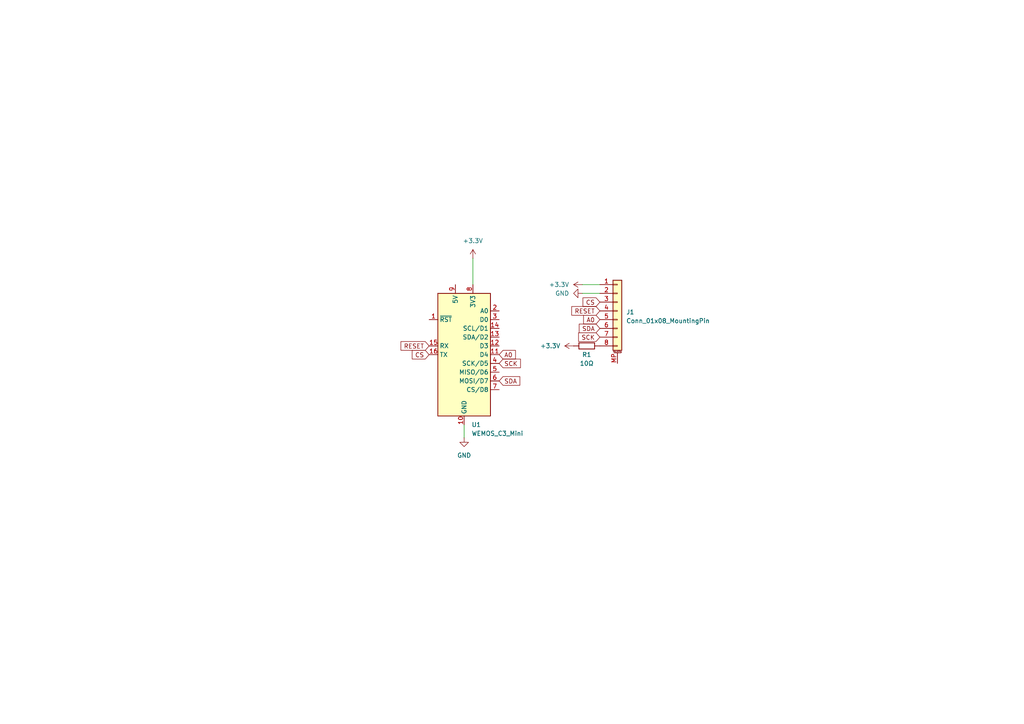
<source format=kicad_sch>
(kicad_sch
	(version 20241004)
	(generator "eeschema")
	(generator_version "8.99")
	(uuid "168b68c5-5ec3-45bc-af71-1226cb1243d2")
	(paper "A4")
	(lib_symbols
		(symbol "Connector_Generic_MountingPin:Conn_01x08_MountingPin"
			(pin_names
				(offset 1.016)
				(hide yes)
			)
			(exclude_from_sim no)
			(in_bom yes)
			(on_board yes)
			(property "Reference" "J"
				(at 0 10.16 0)
				(effects
					(font
						(size 1.27 1.27)
					)
				)
			)
			(property "Value" "Conn_01x08_MountingPin"
				(at 1.27 -12.7 0)
				(effects
					(font
						(size 1.27 1.27)
					)
					(justify left)
				)
			)
			(property "Footprint" ""
				(at 0 0 0)
				(effects
					(font
						(size 1.27 1.27)
					)
					(hide yes)
				)
			)
			(property "Datasheet" "~"
				(at 0 0 0)
				(effects
					(font
						(size 1.27 1.27)
					)
					(hide yes)
				)
			)
			(property "Description" "Generic connectable mounting pin connector, single row, 01x08, script generated (kicad-library-utils/schlib/autogen/connector/)"
				(at 0 0 0)
				(effects
					(font
						(size 1.27 1.27)
					)
					(hide yes)
				)
			)
			(property "ki_keywords" "connector"
				(at 0 0 0)
				(effects
					(font
						(size 1.27 1.27)
					)
					(hide yes)
				)
			)
			(property "ki_fp_filters" "Connector*:*_1x??-1MP*"
				(at 0 0 0)
				(effects
					(font
						(size 1.27 1.27)
					)
					(hide yes)
				)
			)
			(symbol "Conn_01x08_MountingPin_1_1"
				(rectangle
					(start -1.27 8.89)
					(end 1.27 -11.43)
					(stroke
						(width 0.254)
						(type default)
					)
					(fill
						(type background)
					)
				)
				(rectangle
					(start -1.27 7.747)
					(end 0 7.493)
					(stroke
						(width 0.1524)
						(type default)
					)
					(fill
						(type none)
					)
				)
				(rectangle
					(start -1.27 5.207)
					(end 0 4.953)
					(stroke
						(width 0.1524)
						(type default)
					)
					(fill
						(type none)
					)
				)
				(rectangle
					(start -1.27 2.667)
					(end 0 2.413)
					(stroke
						(width 0.1524)
						(type default)
					)
					(fill
						(type none)
					)
				)
				(rectangle
					(start -1.27 0.127)
					(end 0 -0.127)
					(stroke
						(width 0.1524)
						(type default)
					)
					(fill
						(type none)
					)
				)
				(rectangle
					(start -1.27 -2.413)
					(end 0 -2.667)
					(stroke
						(width 0.1524)
						(type default)
					)
					(fill
						(type none)
					)
				)
				(rectangle
					(start -1.27 -4.953)
					(end 0 -5.207)
					(stroke
						(width 0.1524)
						(type default)
					)
					(fill
						(type none)
					)
				)
				(rectangle
					(start -1.27 -7.493)
					(end 0 -7.747)
					(stroke
						(width 0.1524)
						(type default)
					)
					(fill
						(type none)
					)
				)
				(rectangle
					(start -1.27 -10.033)
					(end 0 -10.287)
					(stroke
						(width 0.1524)
						(type default)
					)
					(fill
						(type none)
					)
				)
				(polyline
					(pts
						(xy -1.016 -12.192) (xy 1.016 -12.192)
					)
					(stroke
						(width 0.1524)
						(type default)
					)
					(fill
						(type none)
					)
				)
				(text "Mounting"
					(at 0 -11.811 0)
					(effects
						(font
							(size 0.381 0.381)
						)
					)
				)
				(pin passive line
					(at -5.08 7.62 0)
					(length 3.81)
					(name "Pin_1"
						(effects
							(font
								(size 1.27 1.27)
							)
						)
					)
					(number "1"
						(effects
							(font
								(size 1.27 1.27)
							)
						)
					)
				)
				(pin passive line
					(at -5.08 5.08 0)
					(length 3.81)
					(name "Pin_2"
						(effects
							(font
								(size 1.27 1.27)
							)
						)
					)
					(number "2"
						(effects
							(font
								(size 1.27 1.27)
							)
						)
					)
				)
				(pin passive line
					(at -5.08 2.54 0)
					(length 3.81)
					(name "Pin_3"
						(effects
							(font
								(size 1.27 1.27)
							)
						)
					)
					(number "3"
						(effects
							(font
								(size 1.27 1.27)
							)
						)
					)
				)
				(pin passive line
					(at -5.08 0 0)
					(length 3.81)
					(name "Pin_4"
						(effects
							(font
								(size 1.27 1.27)
							)
						)
					)
					(number "4"
						(effects
							(font
								(size 1.27 1.27)
							)
						)
					)
				)
				(pin passive line
					(at -5.08 -2.54 0)
					(length 3.81)
					(name "Pin_5"
						(effects
							(font
								(size 1.27 1.27)
							)
						)
					)
					(number "5"
						(effects
							(font
								(size 1.27 1.27)
							)
						)
					)
				)
				(pin passive line
					(at -5.08 -5.08 0)
					(length 3.81)
					(name "Pin_6"
						(effects
							(font
								(size 1.27 1.27)
							)
						)
					)
					(number "6"
						(effects
							(font
								(size 1.27 1.27)
							)
						)
					)
				)
				(pin passive line
					(at -5.08 -7.62 0)
					(length 3.81)
					(name "Pin_7"
						(effects
							(font
								(size 1.27 1.27)
							)
						)
					)
					(number "7"
						(effects
							(font
								(size 1.27 1.27)
							)
						)
					)
				)
				(pin passive line
					(at -5.08 -10.16 0)
					(length 3.81)
					(name "Pin_8"
						(effects
							(font
								(size 1.27 1.27)
							)
						)
					)
					(number "8"
						(effects
							(font
								(size 1.27 1.27)
							)
						)
					)
				)
				(pin passive line
					(at 0 -15.24 90)
					(length 3.048)
					(name "MountPin"
						(effects
							(font
								(size 1.27 1.27)
							)
						)
					)
					(number "MP"
						(effects
							(font
								(size 1.27 1.27)
							)
						)
					)
				)
			)
			(embedded_fonts no)
		)
		(symbol "PCM_SL_Resistors:Resistor"
			(exclude_from_sim no)
			(in_bom yes)
			(on_board yes)
			(property "Reference" "R"
				(at 0 5.08 0)
				(effects
					(font
						(size 1.27 1.27)
					)
				)
			)
			(property "Value" "Resistor"
				(at 0 2.54 0)
				(effects
					(font
						(size 1.27 1.27)
					)
				)
			)
			(property "Footprint" "Resistor_THT:R_Axial_DIN0207_L6.3mm_D2.5mm_P10.16mm_Horizontal"
				(at 0.889 -4.318 0)
				(effects
					(font
						(size 1.27 1.27)
					)
					(hide yes)
				)
			)
			(property "Datasheet" ""
				(at 0.508 0 0)
				(effects
					(font
						(size 1.27 1.27)
					)
					(hide yes)
				)
			)
			(property "Description" "1/4W Resistor"
				(at 0 0 0)
				(effects
					(font
						(size 1.27 1.27)
					)
					(hide yes)
				)
			)
			(property "ki_keywords" "Resistor"
				(at 0 0 0)
				(effects
					(font
						(size 1.27 1.27)
					)
					(hide yes)
				)
			)
			(property "ki_fp_filters" "Resistor_THT:R_Axial_DIN0207_L6.3mm_D2.5mm*"
				(at 0 0 0)
				(effects
					(font
						(size 1.27 1.27)
					)
					(hide yes)
				)
			)
			(symbol "Resistor_0_1"
				(rectangle
					(start -2.286 0.889)
					(end 2.286 -0.889)
					(stroke
						(width 0.24)
						(type default)
					)
					(fill
						(type none)
					)
				)
			)
			(symbol "Resistor_1_1"
				(pin passive line
					(at -3.81 0 0)
					(length 1.5)
					(name ""
						(effects
							(font
								(size 1.27 1.27)
							)
						)
					)
					(number "1"
						(effects
							(font
								(size 0 0)
							)
						)
					)
				)
				(pin passive line
					(at 3.81 0 180)
					(length 1.5)
					(name "~"
						(effects
							(font
								(size 1.27 1.27)
							)
						)
					)
					(number "2"
						(effects
							(font
								(size 0 0)
							)
						)
					)
				)
			)
			(embedded_fonts no)
		)
		(symbol "RF_Module:WEMOS_D1_mini"
			(exclude_from_sim no)
			(in_bom yes)
			(on_board yes)
			(property "Reference" "U"
				(at 3.81 19.05 0)
				(effects
					(font
						(size 1.27 1.27)
					)
					(justify left)
				)
			)
			(property "Value" "WEMOS_D1_mini"
				(at 1.27 -19.05 0)
				(effects
					(font
						(size 1.27 1.27)
					)
					(justify left)
				)
			)
			(property "Footprint" "RF_Module:WEMOS_D1_mini_light"
				(at 0 -29.21 0)
				(effects
					(font
						(size 1.27 1.27)
					)
					(hide yes)
				)
			)
			(property "Datasheet" "https://wiki.wemos.cc/products:d1:d1_mini#documentation"
				(at -46.99 -29.21 0)
				(effects
					(font
						(size 1.27 1.27)
					)
					(hide yes)
				)
			)
			(property "Description" "32-bit microcontroller module with WiFi"
				(at 0 0 0)
				(effects
					(font
						(size 1.27 1.27)
					)
					(hide yes)
				)
			)
			(property "ki_keywords" "ESP8266 WiFi microcontroller ESP8266EX"
				(at 0 0 0)
				(effects
					(font
						(size 1.27 1.27)
					)
					(hide yes)
				)
			)
			(property "ki_fp_filters" "WEMOS*D1*mini*"
				(at 0 0 0)
				(effects
					(font
						(size 1.27 1.27)
					)
					(hide yes)
				)
			)
			(symbol "WEMOS_D1_mini_1_1"
				(rectangle
					(start -7.62 17.78)
					(end 7.62 -17.78)
					(stroke
						(width 0.254)
						(type default)
					)
					(fill
						(type background)
					)
				)
				(pin input line
					(at -10.16 10.16 0)
					(length 2.54)
					(name "~{RST}"
						(effects
							(font
								(size 1.27 1.27)
							)
						)
					)
					(number "1"
						(effects
							(font
								(size 1.27 1.27)
							)
						)
					)
				)
				(pin input line
					(at -10.16 2.54 0)
					(length 2.54)
					(name "RX"
						(effects
							(font
								(size 1.27 1.27)
							)
						)
					)
					(number "15"
						(effects
							(font
								(size 1.27 1.27)
							)
						)
					)
				)
				(pin output line
					(at -10.16 0 0)
					(length 2.54)
					(name "TX"
						(effects
							(font
								(size 1.27 1.27)
							)
						)
					)
					(number "16"
						(effects
							(font
								(size 1.27 1.27)
							)
						)
					)
				)
				(pin power_in line
					(at -2.54 20.32 270)
					(length 2.54)
					(name "5V"
						(effects
							(font
								(size 1.27 1.27)
							)
						)
					)
					(number "9"
						(effects
							(font
								(size 1.27 1.27)
							)
						)
					)
				)
				(pin power_in line
					(at 0 -20.32 90)
					(length 2.54)
					(name "GND"
						(effects
							(font
								(size 1.27 1.27)
							)
						)
					)
					(number "10"
						(effects
							(font
								(size 1.27 1.27)
							)
						)
					)
				)
				(pin power_out line
					(at 2.54 20.32 270)
					(length 2.54)
					(name "3V3"
						(effects
							(font
								(size 1.27 1.27)
							)
						)
					)
					(number "8"
						(effects
							(font
								(size 1.27 1.27)
							)
						)
					)
				)
				(pin input line
					(at 10.16 12.7 180)
					(length 2.54)
					(name "A0"
						(effects
							(font
								(size 1.27 1.27)
							)
						)
					)
					(number "2"
						(effects
							(font
								(size 1.27 1.27)
							)
						)
					)
				)
				(pin bidirectional line
					(at 10.16 10.16 180)
					(length 2.54)
					(name "D0"
						(effects
							(font
								(size 1.27 1.27)
							)
						)
					)
					(number "3"
						(effects
							(font
								(size 1.27 1.27)
							)
						)
					)
				)
				(pin bidirectional line
					(at 10.16 7.62 180)
					(length 2.54)
					(name "SCL/D1"
						(effects
							(font
								(size 1.27 1.27)
							)
						)
					)
					(number "14"
						(effects
							(font
								(size 1.27 1.27)
							)
						)
					)
				)
				(pin bidirectional line
					(at 10.16 5.08 180)
					(length 2.54)
					(name "SDA/D2"
						(effects
							(font
								(size 1.27 1.27)
							)
						)
					)
					(number "13"
						(effects
							(font
								(size 1.27 1.27)
							)
						)
					)
				)
				(pin bidirectional line
					(at 10.16 2.54 180)
					(length 2.54)
					(name "D3"
						(effects
							(font
								(size 1.27 1.27)
							)
						)
					)
					(number "12"
						(effects
							(font
								(size 1.27 1.27)
							)
						)
					)
				)
				(pin bidirectional line
					(at 10.16 0 180)
					(length 2.54)
					(name "D4"
						(effects
							(font
								(size 1.27 1.27)
							)
						)
					)
					(number "11"
						(effects
							(font
								(size 1.27 1.27)
							)
						)
					)
				)
				(pin bidirectional line
					(at 10.16 -2.54 180)
					(length 2.54)
					(name "SCK/D5"
						(effects
							(font
								(size 1.27 1.27)
							)
						)
					)
					(number "4"
						(effects
							(font
								(size 1.27 1.27)
							)
						)
					)
				)
				(pin bidirectional line
					(at 10.16 -5.08 180)
					(length 2.54)
					(name "MISO/D6"
						(effects
							(font
								(size 1.27 1.27)
							)
						)
					)
					(number "5"
						(effects
							(font
								(size 1.27 1.27)
							)
						)
					)
				)
				(pin bidirectional line
					(at 10.16 -7.62 180)
					(length 2.54)
					(name "MOSI/D7"
						(effects
							(font
								(size 1.27 1.27)
							)
						)
					)
					(number "6"
						(effects
							(font
								(size 1.27 1.27)
							)
						)
					)
				)
				(pin bidirectional line
					(at 10.16 -10.16 180)
					(length 2.54)
					(name "CS/D8"
						(effects
							(font
								(size 1.27 1.27)
							)
						)
					)
					(number "7"
						(effects
							(font
								(size 1.27 1.27)
							)
						)
					)
				)
			)
			(embedded_fonts no)
		)
		(symbol "power:+3.3V"
			(power)
			(pin_numbers
				(hide yes)
			)
			(pin_names
				(offset 0)
				(hide yes)
			)
			(exclude_from_sim no)
			(in_bom yes)
			(on_board yes)
			(property "Reference" "#PWR"
				(at 0 -3.81 0)
				(effects
					(font
						(size 1.27 1.27)
					)
					(hide yes)
				)
			)
			(property "Value" "+3.3V"
				(at 0 3.556 0)
				(effects
					(font
						(size 1.27 1.27)
					)
				)
			)
			(property "Footprint" ""
				(at 0 0 0)
				(effects
					(font
						(size 1.27 1.27)
					)
					(hide yes)
				)
			)
			(property "Datasheet" ""
				(at 0 0 0)
				(effects
					(font
						(size 1.27 1.27)
					)
					(hide yes)
				)
			)
			(property "Description" "Power symbol creates a global label with name \"+3.3V\""
				(at 0 0 0)
				(effects
					(font
						(size 1.27 1.27)
					)
					(hide yes)
				)
			)
			(property "ki_keywords" "global power"
				(at 0 0 0)
				(effects
					(font
						(size 1.27 1.27)
					)
					(hide yes)
				)
			)
			(symbol "+3.3V_0_1"
				(polyline
					(pts
						(xy -0.762 1.27) (xy 0 2.54)
					)
					(stroke
						(width 0)
						(type default)
					)
					(fill
						(type none)
					)
				)
				(polyline
					(pts
						(xy 0 2.54) (xy 0.762 1.27)
					)
					(stroke
						(width 0)
						(type default)
					)
					(fill
						(type none)
					)
				)
				(polyline
					(pts
						(xy 0 0) (xy 0 2.54)
					)
					(stroke
						(width 0)
						(type default)
					)
					(fill
						(type none)
					)
				)
			)
			(symbol "+3.3V_1_1"
				(pin power_in line
					(at 0 0 90)
					(length 0)
					(name "~"
						(effects
							(font
								(size 1.27 1.27)
							)
						)
					)
					(number "1"
						(effects
							(font
								(size 1.27 1.27)
							)
						)
					)
				)
			)
			(embedded_fonts no)
		)
		(symbol "power:GND"
			(power)
			(pin_numbers
				(hide yes)
			)
			(pin_names
				(offset 0)
				(hide yes)
			)
			(exclude_from_sim no)
			(in_bom yes)
			(on_board yes)
			(property "Reference" "#PWR"
				(at 0 -6.35 0)
				(effects
					(font
						(size 1.27 1.27)
					)
					(hide yes)
				)
			)
			(property "Value" "GND"
				(at 0 -3.81 0)
				(effects
					(font
						(size 1.27 1.27)
					)
				)
			)
			(property "Footprint" ""
				(at 0 0 0)
				(effects
					(font
						(size 1.27 1.27)
					)
					(hide yes)
				)
			)
			(property "Datasheet" ""
				(at 0 0 0)
				(effects
					(font
						(size 1.27 1.27)
					)
					(hide yes)
				)
			)
			(property "Description" "Power symbol creates a global label with name \"GND\" , ground"
				(at 0 0 0)
				(effects
					(font
						(size 1.27 1.27)
					)
					(hide yes)
				)
			)
			(property "ki_keywords" "global power"
				(at 0 0 0)
				(effects
					(font
						(size 1.27 1.27)
					)
					(hide yes)
				)
			)
			(symbol "GND_0_1"
				(polyline
					(pts
						(xy 0 0) (xy 0 -1.27) (xy 1.27 -1.27) (xy 0 -2.54) (xy -1.27 -1.27) (xy 0 -1.27)
					)
					(stroke
						(width 0)
						(type default)
					)
					(fill
						(type none)
					)
				)
			)
			(symbol "GND_1_1"
				(pin power_in line
					(at 0 0 270)
					(length 0)
					(name "~"
						(effects
							(font
								(size 1.27 1.27)
							)
						)
					)
					(number "1"
						(effects
							(font
								(size 1.27 1.27)
							)
						)
					)
				)
			)
			(embedded_fonts no)
		)
	)
	(wire
		(pts
			(xy 137.16 74.93) (xy 137.16 82.55)
		)
		(stroke
			(width 0)
			(type default)
		)
		(uuid "111d90d1-af77-40c5-b4ce-60ec3c60e211")
	)
	(wire
		(pts
			(xy 168.91 85.09) (xy 173.99 85.09)
		)
		(stroke
			(width 0)
			(type default)
		)
		(uuid "51b1f7bc-660f-435f-9f6b-1fb84b98562a")
	)
	(wire
		(pts
			(xy 168.91 82.55) (xy 173.99 82.55)
		)
		(stroke
			(width 0)
			(type default)
		)
		(uuid "593174fe-4b55-404f-9e53-4ede5320f698")
	)
	(wire
		(pts
			(xy 134.62 123.19) (xy 134.62 127)
		)
		(stroke
			(width 0)
			(type default)
		)
		(uuid "8b5dcf3f-dd86-481c-96f8-304027f22ead")
	)
	(global_label "SDA"
		(shape input)
		(at 173.99 95.25 180)
		(fields_autoplaced yes)
		(effects
			(font
				(size 1.27 1.27)
			)
			(justify right)
		)
		(uuid "1a44c268-869f-4f7b-b738-2be79f7badda")
		(property "Intersheetrefs" "${INTERSHEET_REFS}"
			(at 167.4367 95.25 0)
			(effects
				(font
					(size 1.27 1.27)
				)
				(justify right)
				(hide yes)
			)
		)
	)
	(global_label "RESET"
		(shape input)
		(at 173.99 90.17 180)
		(fields_autoplaced yes)
		(effects
			(font
				(size 1.27 1.27)
			)
			(justify right)
		)
		(uuid "5e931b61-9d7d-4c98-82bb-6b6a8f6d84aa")
		(property "Intersheetrefs" "${INTERSHEET_REFS}"
			(at 165.2597 90.17 0)
			(effects
				(font
					(size 1.27 1.27)
				)
				(justify right)
				(hide yes)
			)
		)
	)
	(global_label "SDA"
		(shape input)
		(at 144.78 110.49 0)
		(fields_autoplaced yes)
		(effects
			(font
				(size 1.27 1.27)
			)
			(justify left)
		)
		(uuid "755ae85b-3a1e-46c3-8932-a376ca1ed1c3")
		(property "Intersheetrefs" "${INTERSHEET_REFS}"
			(at 151.3333 110.49 0)
			(effects
				(font
					(size 1.27 1.27)
				)
				(justify left)
				(hide yes)
			)
		)
	)
	(global_label "RESET"
		(shape input)
		(at 124.46 100.33 180)
		(fields_autoplaced yes)
		(effects
			(font
				(size 1.27 1.27)
			)
			(justify right)
		)
		(uuid "933536bb-23f9-4841-8027-9b54a25bfec9")
		(property "Intersheetrefs" "${INTERSHEET_REFS}"
			(at 115.7297 100.33 0)
			(effects
				(font
					(size 1.27 1.27)
				)
				(justify right)
				(hide yes)
			)
		)
	)
	(global_label "A0"
		(shape input)
		(at 144.78 102.87 0)
		(fields_autoplaced yes)
		(effects
			(font
				(size 1.27 1.27)
			)
			(justify left)
		)
		(uuid "989e27dd-b9c6-43f8-bf77-8ce5352dc862")
		(property "Intersheetrefs" "${INTERSHEET_REFS}"
			(at 150.0633 102.87 0)
			(effects
				(font
					(size 1.27 1.27)
				)
				(justify left)
				(hide yes)
			)
		)
	)
	(global_label "SCK"
		(shape input)
		(at 173.99 97.79 180)
		(fields_autoplaced yes)
		(effects
			(font
				(size 1.27 1.27)
			)
			(justify right)
		)
		(uuid "a3be8158-42dd-4062-967e-d81f64c90df7")
		(property "Intersheetrefs" "${INTERSHEET_REFS}"
			(at 167.2553 97.79 0)
			(effects
				(font
					(size 1.27 1.27)
				)
				(justify right)
				(hide yes)
			)
		)
	)
	(global_label "SCK"
		(shape input)
		(at 144.78 105.41 0)
		(fields_autoplaced yes)
		(effects
			(font
				(size 1.27 1.27)
			)
			(justify left)
		)
		(uuid "a4f099a3-7d9a-45c8-b019-27cd94b929fb")
		(property "Intersheetrefs" "${INTERSHEET_REFS}"
			(at 151.5147 105.41 0)
			(effects
				(font
					(size 1.27 1.27)
				)
				(justify left)
				(hide yes)
			)
		)
	)
	(global_label "A0"
		(shape input)
		(at 173.99 92.71 180)
		(fields_autoplaced yes)
		(effects
			(font
				(size 1.27 1.27)
			)
			(justify right)
		)
		(uuid "b32f6202-f008-4edf-92e5-9d6a76e50796")
		(property "Intersheetrefs" "${INTERSHEET_REFS}"
			(at 168.7067 92.71 0)
			(effects
				(font
					(size 1.27 1.27)
				)
				(justify right)
				(hide yes)
			)
		)
	)
	(global_label "CS"
		(shape input)
		(at 124.46 102.87 180)
		(fields_autoplaced yes)
		(effects
			(font
				(size 1.27 1.27)
			)
			(justify right)
		)
		(uuid "c42ba25f-6a3b-4af0-a27d-d072511a9346")
		(property "Intersheetrefs" "${INTERSHEET_REFS}"
			(at 118.9953 102.87 0)
			(effects
				(font
					(size 1.27 1.27)
				)
				(justify right)
				(hide yes)
			)
		)
	)
	(global_label "CS"
		(shape input)
		(at 173.99 87.63 180)
		(fields_autoplaced yes)
		(effects
			(font
				(size 1.27 1.27)
			)
			(justify right)
		)
		(uuid "ca0c20aa-42f6-47f2-a90e-bab356df65d8")
		(property "Intersheetrefs" "${INTERSHEET_REFS}"
			(at 168.5253 87.63 0)
			(effects
				(font
					(size 1.27 1.27)
				)
				(justify right)
				(hide yes)
			)
		)
	)
	(symbol
		(lib_id "power:+3.3V")
		(at 137.16 74.93 0)
		(unit 1)
		(exclude_from_sim no)
		(in_bom yes)
		(on_board yes)
		(dnp no)
		(fields_autoplaced yes)
		(uuid "2997fd7b-298a-44c7-991e-c413603db7b3")
		(property "Reference" "#PWR01"
			(at 137.16 78.74 0)
			(effects
				(font
					(size 1.27 1.27)
				)
				(hide yes)
			)
		)
		(property "Value" "+3.3V"
			(at 137.16 69.85 0)
			(effects
				(font
					(size 1.27 1.27)
				)
			)
		)
		(property "Footprint" ""
			(at 137.16 74.93 0)
			(effects
				(font
					(size 1.27 1.27)
				)
				(hide yes)
			)
		)
		(property "Datasheet" ""
			(at 137.16 74.93 0)
			(effects
				(font
					(size 1.27 1.27)
				)
				(hide yes)
			)
		)
		(property "Description" "Power symbol creates a global label with name \"+3.3V\""
			(at 137.16 74.93 0)
			(effects
				(font
					(size 1.27 1.27)
				)
				(hide yes)
			)
		)
		(pin "1"
			(uuid "43c7dce9-8bc6-42af-8e4a-79d3a02f642c")
		)
		(instances
			(project ""
				(path "/168b68c5-5ec3-45bc-af71-1226cb1243d2"
					(reference "#PWR01")
					(unit 1)
				)
			)
		)
	)
	(symbol
		(lib_id "power:GND")
		(at 168.91 85.09 270)
		(unit 1)
		(exclude_from_sim no)
		(in_bom yes)
		(on_board yes)
		(dnp no)
		(fields_autoplaced yes)
		(uuid "4c65bf22-c227-40c4-af22-e89ad79329bd")
		(property "Reference" "#PWR04"
			(at 162.56 85.09 0)
			(effects
				(font
					(size 1.27 1.27)
				)
				(hide yes)
			)
		)
		(property "Value" "GND"
			(at 165.1 85.0899 90)
			(effects
				(font
					(size 1.27 1.27)
				)
				(justify right)
			)
		)
		(property "Footprint" ""
			(at 168.91 85.09 0)
			(effects
				(font
					(size 1.27 1.27)
				)
				(hide yes)
			)
		)
		(property "Datasheet" ""
			(at 168.91 85.09 0)
			(effects
				(font
					(size 1.27 1.27)
				)
				(hide yes)
			)
		)
		(property "Description" "Power symbol creates a global label with name \"GND\" , ground"
			(at 168.91 85.09 0)
			(effects
				(font
					(size 1.27 1.27)
				)
				(hide yes)
			)
		)
		(pin "1"
			(uuid "74d6b86a-06f2-47e8-be0b-9dd1766fa0d9")
		)
		(instances
			(project ""
				(path "/168b68c5-5ec3-45bc-af71-1226cb1243d2"
					(reference "#PWR04")
					(unit 1)
				)
			)
		)
	)
	(symbol
		(lib_id "power:+3.3V")
		(at 166.37 100.33 90)
		(unit 1)
		(exclude_from_sim no)
		(in_bom yes)
		(on_board yes)
		(dnp no)
		(fields_autoplaced yes)
		(uuid "6e2f09b3-d72f-49e8-813e-7fc191529b18")
		(property "Reference" "#PWR03"
			(at 170.18 100.33 0)
			(effects
				(font
					(size 1.27 1.27)
				)
				(hide yes)
			)
		)
		(property "Value" "+3.3V"
			(at 162.56 100.3299 90)
			(effects
				(font
					(size 1.27 1.27)
				)
				(justify left)
			)
		)
		(property "Footprint" ""
			(at 166.37 100.33 0)
			(effects
				(font
					(size 1.27 1.27)
				)
				(hide yes)
			)
		)
		(property "Datasheet" ""
			(at 166.37 100.33 0)
			(effects
				(font
					(size 1.27 1.27)
				)
				(hide yes)
			)
		)
		(property "Description" "Power symbol creates a global label with name \"+3.3V\""
			(at 166.37 100.33 0)
			(effects
				(font
					(size 1.27 1.27)
				)
				(hide yes)
			)
		)
		(pin "1"
			(uuid "082bf085-c074-4e87-b9d4-2495c82dbb19")
		)
		(instances
			(project "Weather Station"
				(path "/168b68c5-5ec3-45bc-af71-1226cb1243d2"
					(reference "#PWR03")
					(unit 1)
				)
			)
		)
	)
	(symbol
		(lib_id "Connector_Generic_MountingPin:Conn_01x08_MountingPin")
		(at 179.07 90.17 0)
		(unit 1)
		(exclude_from_sim no)
		(in_bom yes)
		(on_board yes)
		(dnp no)
		(fields_autoplaced yes)
		(uuid "6f698870-2760-4bf6-9f07-79cdfdffbc7a")
		(property "Reference" "J1"
			(at 181.61 90.5255 0)
			(effects
				(font
					(size 1.27 1.27)
				)
				(justify left)
			)
		)
		(property "Value" "Conn_01x08_MountingPin"
			(at 181.61 93.0655 0)
			(effects
				(font
					(size 1.27 1.27)
				)
				(justify left)
			)
		)
		(property "Footprint" "Connector_PinHeader_2.54mm:PinHeader_1x08_P2.54mm_Vertical"
			(at 179.07 90.17 0)
			(effects
				(font
					(size 1.27 1.27)
				)
				(hide yes)
			)
		)
		(property "Datasheet" "~"
			(at 179.07 90.17 0)
			(effects
				(font
					(size 1.27 1.27)
				)
				(hide yes)
			)
		)
		(property "Description" "Generic connectable mounting pin connector, single row, 01x08, script generated (kicad-library-utils/schlib/autogen/connector/)"
			(at 179.07 90.17 0)
			(effects
				(font
					(size 1.27 1.27)
				)
				(hide yes)
			)
		)
		(pin "3"
			(uuid "7f3c085f-0520-45ab-9b00-789865044878")
		)
		(pin "1"
			(uuid "da8214f1-4c24-4ce6-9f50-43d43a703d88")
		)
		(pin "4"
			(uuid "42061d24-c0e0-4d91-ab70-a9609fb63d2d")
		)
		(pin "7"
			(uuid "357189d0-6482-4a6a-bd1e-693934133395")
		)
		(pin "8"
			(uuid "3bb32163-1108-4d18-8d72-580b2cec7692")
		)
		(pin "6"
			(uuid "a4d70c71-eeaf-47b1-b269-6c4b7064a717")
		)
		(pin "2"
			(uuid "72179a06-3321-468c-810f-530c309417e8")
		)
		(pin "5"
			(uuid "7f6a3118-6f6e-4994-abc4-58abd15375c8")
		)
		(pin "MP"
			(uuid "2728a845-3b5b-4f7b-b2ec-7e5b7b7197b2")
		)
		(instances
			(project ""
				(path "/168b68c5-5ec3-45bc-af71-1226cb1243d2"
					(reference "J1")
					(unit 1)
				)
			)
		)
	)
	(symbol
		(lib_id "power:GND")
		(at 134.62 127 0)
		(unit 1)
		(exclude_from_sim no)
		(in_bom yes)
		(on_board yes)
		(dnp no)
		(fields_autoplaced yes)
		(uuid "9ef8896e-a55e-48d4-a7a9-5c478047ae9d")
		(property "Reference" "#PWR05"
			(at 134.62 133.35 0)
			(effects
				(font
					(size 1.27 1.27)
				)
				(hide yes)
			)
		)
		(property "Value" "GND"
			(at 134.62 132.08 0)
			(effects
				(font
					(size 1.27 1.27)
				)
			)
		)
		(property "Footprint" ""
			(at 134.62 127 0)
			(effects
				(font
					(size 1.27 1.27)
				)
				(hide yes)
			)
		)
		(property "Datasheet" ""
			(at 134.62 127 0)
			(effects
				(font
					(size 1.27 1.27)
				)
				(hide yes)
			)
		)
		(property "Description" "Power symbol creates a global label with name \"GND\" , ground"
			(at 134.62 127 0)
			(effects
				(font
					(size 1.27 1.27)
				)
				(hide yes)
			)
		)
		(pin "1"
			(uuid "bf5c441f-d4d0-484c-977a-cc4397c44084")
		)
		(instances
			(project ""
				(path "/168b68c5-5ec3-45bc-af71-1226cb1243d2"
					(reference "#PWR05")
					(unit 1)
				)
			)
		)
	)
	(symbol
		(lib_id "power:+3.3V")
		(at 168.91 82.55 90)
		(unit 1)
		(exclude_from_sim no)
		(in_bom yes)
		(on_board yes)
		(dnp no)
		(fields_autoplaced yes)
		(uuid "ce267a33-2278-4658-858a-55a691127ed7")
		(property "Reference" "#PWR02"
			(at 172.72 82.55 0)
			(effects
				(font
					(size 1.27 1.27)
				)
				(hide yes)
			)
		)
		(property "Value" "+3.3V"
			(at 165.1 82.5499 90)
			(effects
				(font
					(size 1.27 1.27)
				)
				(justify left)
			)
		)
		(property "Footprint" ""
			(at 168.91 82.55 0)
			(effects
				(font
					(size 1.27 1.27)
				)
				(hide yes)
			)
		)
		(property "Datasheet" ""
			(at 168.91 82.55 0)
			(effects
				(font
					(size 1.27 1.27)
				)
				(hide yes)
			)
		)
		(property "Description" "Power symbol creates a global label with name \"+3.3V\""
			(at 168.91 82.55 0)
			(effects
				(font
					(size 1.27 1.27)
				)
				(hide yes)
			)
		)
		(pin "1"
			(uuid "99fc16f7-1869-47bf-9fd4-c31081ce1c07")
		)
		(instances
			(project ""
				(path "/168b68c5-5ec3-45bc-af71-1226cb1243d2"
					(reference "#PWR02")
					(unit 1)
				)
			)
		)
	)
	(symbol
		(lib_id "RF_Module:WEMOS_D1_mini")
		(at 134.62 102.87 0)
		(unit 1)
		(exclude_from_sim no)
		(in_bom yes)
		(on_board yes)
		(dnp no)
		(fields_autoplaced yes)
		(uuid "d4e4280e-e5a3-4bf1-9d19-1a60b59fe8df")
		(property "Reference" "U1"
			(at 136.7633 123.19 0)
			(effects
				(font
					(size 1.27 1.27)
				)
				(justify left)
			)
		)
		(property "Value" "WEMOS_C3_Mini"
			(at 136.7633 125.73 0)
			(effects
				(font
					(size 1.27 1.27)
				)
				(justify left)
			)
		)
		(property "Footprint" "RF_Module:WEMOS_D1_mini_light"
			(at 134.62 132.08 0)
			(effects
				(font
					(size 1.27 1.27)
				)
				(hide yes)
			)
		)
		(property "Datasheet" "https://wiki.wemos.cc/products:d1:d1_mini#documentation"
			(at 87.63 132.08 0)
			(effects
				(font
					(size 1.27 1.27)
				)
				(hide yes)
			)
		)
		(property "Description" "32-bit microcontroller module with WiFi"
			(at 134.62 102.87 0)
			(effects
				(font
					(size 1.27 1.27)
				)
				(hide yes)
			)
		)
		(pin "1"
			(uuid "45878732-e25d-49b2-8c87-cc723db6f57d")
		)
		(pin "15"
			(uuid "9db1b261-c595-4786-a1f7-50b59abd973e")
		)
		(pin "9"
			(uuid "b3b74855-538b-458d-aad4-3f5f38a1439a")
		)
		(pin "14"
			(uuid "c9d28b0d-429d-40de-b6b7-46563e811501")
		)
		(pin "16"
			(uuid "720ac69a-dae7-4d70-8fba-b2298f95d7d1")
		)
		(pin "5"
			(uuid "4fea4c2c-c1f6-4d17-8987-d31283d0830e")
		)
		(pin "2"
			(uuid "e10a07ac-9cc3-4e90-9cb8-b7cee5860713")
		)
		(pin "11"
			(uuid "bf4b7ebb-5ab4-4c63-ba69-ffdc0446ae65")
		)
		(pin "8"
			(uuid "a7d70026-490a-4ae5-9b43-b1e51e15ce55")
		)
		(pin "3"
			(uuid "3c41db0b-b2f5-45be-b244-b8310aa78b35")
		)
		(pin "4"
			(uuid "f869745c-16aa-4df7-ab43-fe5a68e22760")
		)
		(pin "10"
			(uuid "08ce65c9-59b3-41ed-936a-50ef16fe265b")
		)
		(pin "6"
			(uuid "09865420-ff94-4a81-9022-654a817b814e")
		)
		(pin "7"
			(uuid "d3978617-d714-4095-8232-70757e492f6e")
		)
		(pin "12"
			(uuid "b187e720-0562-4799-98ab-5396cd687edc")
		)
		(pin "13"
			(uuid "b8a36609-f7d1-4cfd-a4df-a0b5971e0b6a")
		)
		(instances
			(project ""
				(path "/168b68c5-5ec3-45bc-af71-1226cb1243d2"
					(reference "U1")
					(unit 1)
				)
			)
		)
	)
	(symbol
		(lib_id "PCM_SL_Resistors:Resistor")
		(at 170.18 100.33 0)
		(unit 1)
		(exclude_from_sim no)
		(in_bom yes)
		(on_board yes)
		(dnp no)
		(uuid "de369ef2-fdcd-4f9b-9d57-072de29b4524")
		(property "Reference" "R1"
			(at 170.18 102.87 0)
			(effects
				(font
					(size 1.27 1.27)
				)
			)
		)
		(property "Value" "10Ω"
			(at 170.18 105.41 0)
			(effects
				(font
					(size 1.27 1.27)
				)
			)
		)
		(property "Footprint" "Resistor_THT:R_Axial_DIN0207_L6.3mm_D2.5mm_P10.16mm_Horizontal"
			(at 171.069 104.648 0)
			(effects
				(font
					(size 1.27 1.27)
				)
				(hide yes)
			)
		)
		(property "Datasheet" ""
			(at 170.688 100.33 0)
			(effects
				(font
					(size 1.27 1.27)
				)
				(hide yes)
			)
		)
		(property "Description" "1/4W Resistor"
			(at 170.18 100.33 0)
			(effects
				(font
					(size 1.27 1.27)
				)
				(hide yes)
			)
		)
		(pin "2"
			(uuid "5efc3aa7-e96e-427f-a256-09de7a73e6d5")
		)
		(pin "1"
			(uuid "798924ef-90e5-4f84-8fac-930f2c358ff9")
		)
		(instances
			(project ""
				(path "/168b68c5-5ec3-45bc-af71-1226cb1243d2"
					(reference "R1")
					(unit 1)
				)
			)
		)
	)
	(sheet_instances
		(path "/"
			(page "1")
		)
	)
	(embedded_fonts no)
)

</source>
